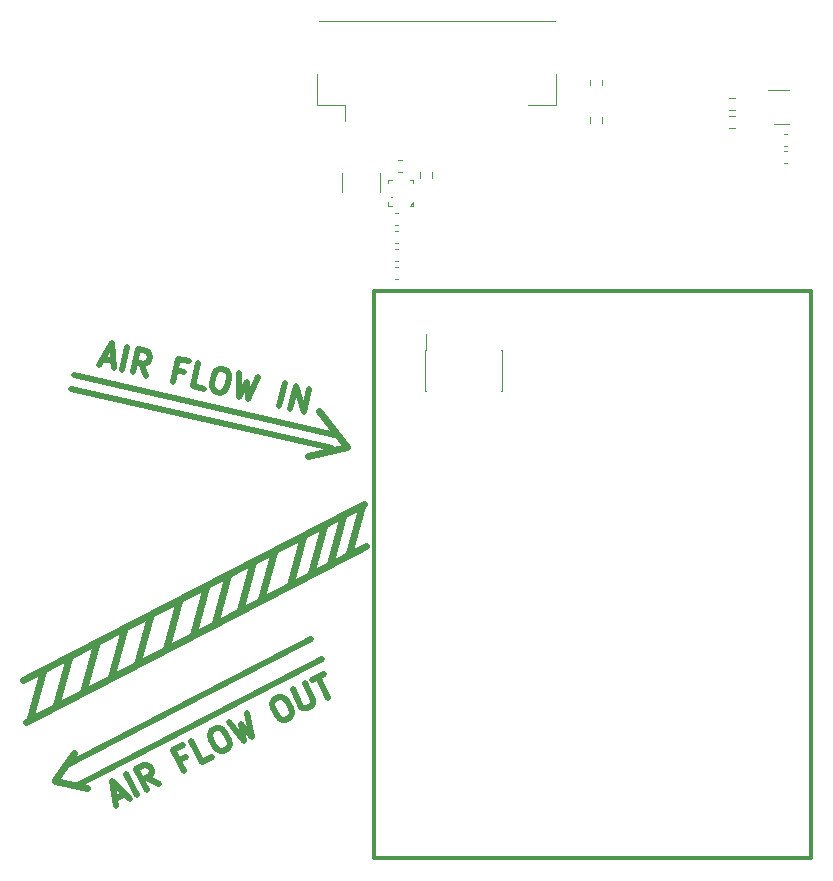
<source format=gbr>
%TF.GenerationSoftware,KiCad,Pcbnew,7.0.10*%
%TF.CreationDate,2024-04-10T17:33:26+08:00*%
%TF.ProjectId,solar_board_breakout,736f6c61-725f-4626-9f61-72645f627265,rev?*%
%TF.SameCoordinates,Original*%
%TF.FileFunction,Legend,Top*%
%TF.FilePolarity,Positive*%
%FSLAX46Y46*%
G04 Gerber Fmt 4.6, Leading zero omitted, Abs format (unit mm)*
G04 Created by KiCad (PCBNEW 7.0.10) date 2024-04-10 17:33:26*
%MOMM*%
%LPD*%
G01*
G04 APERTURE LIST*
%ADD10C,0.600000*%
%ADD11C,0.500000*%
%ADD12C,0.120000*%
%ADD13C,0.300000*%
%ADD14C,0.100000*%
%ADD15C,0.001000*%
G04 APERTURE END LIST*
D10*
X80650000Y-130487500D02*
X79550000Y-134512500D01*
X104450000Y-118187500D02*
X103350000Y-122212500D01*
X108000000Y-119900000D02*
X79200000Y-134800000D01*
X106400000Y-111500000D02*
X103100000Y-112300000D01*
D11*
X83000000Y-106600000D02*
X105100000Y-111600000D01*
D10*
X84400000Y-140400000D02*
X81700000Y-139800000D01*
X107650000Y-116487500D02*
X106550000Y-120512500D01*
X107800000Y-116350000D02*
X79000000Y-131250000D01*
X87550000Y-126987500D02*
X86450000Y-131012500D01*
X96350000Y-122387500D02*
X95250000Y-126412500D01*
X100250000Y-120387500D02*
X99150000Y-124412500D01*
X104000000Y-108500000D02*
X106400000Y-111500000D01*
X98450000Y-121287500D02*
X97350000Y-125312500D01*
X106050000Y-117387500D02*
X104950000Y-121412500D01*
X92150000Y-124587500D02*
X91050000Y-128612500D01*
D11*
X83300000Y-105400000D02*
X105400000Y-110500000D01*
D10*
X85150000Y-128287500D02*
X84050000Y-132312500D01*
X83300000Y-137400000D02*
X81700000Y-139750000D01*
X102650000Y-119187500D02*
X101550000Y-123212500D01*
X94450000Y-123387500D02*
X93350000Y-127412500D01*
D11*
X103350000Y-127800000D02*
X82850000Y-138400000D01*
D10*
X82850000Y-129387500D02*
X81750000Y-133412500D01*
X89750000Y-125887500D02*
X88650000Y-129912500D01*
D11*
X104300000Y-129500000D02*
X83600000Y-140150000D01*
X86750178Y-141327315D02*
X87598756Y-140894943D01*
X86839886Y-141922936D02*
X86525909Y-139838262D01*
X86525909Y-139838262D02*
X88027894Y-141317615D01*
X88621899Y-141014955D02*
X87713918Y-139232942D01*
X90488770Y-140063736D02*
X89462394Y-139517819D01*
X89470477Y-140582583D02*
X88562496Y-138800570D01*
X88562496Y-138800570D02*
X89241358Y-138454672D01*
X89241358Y-138454672D02*
X89454310Y-138453055D01*
X89454310Y-138453055D02*
X89582405Y-138494676D01*
X89582405Y-138494676D02*
X89753738Y-138621154D01*
X89753738Y-138621154D02*
X89883449Y-138875728D01*
X89883449Y-138875728D02*
X89885066Y-139088680D01*
X89885066Y-139088680D02*
X89843445Y-139216775D01*
X89843445Y-139216775D02*
X89716967Y-139388107D01*
X89716967Y-139388107D02*
X89038105Y-139734005D01*
X92728610Y-137746711D02*
X92134605Y-138049371D01*
X92610214Y-138982806D02*
X91702233Y-137200793D01*
X91702233Y-137200793D02*
X92550811Y-136768421D01*
X94986232Y-137772165D02*
X94137654Y-138204537D01*
X94137654Y-138204537D02*
X93229673Y-136422524D01*
X95011687Y-135514543D02*
X95351118Y-135341594D01*
X95351118Y-135341594D02*
X95564070Y-135339977D01*
X95564070Y-135339977D02*
X95820260Y-135423218D01*
X95820260Y-135423218D02*
X96078067Y-135719412D01*
X96078067Y-135719412D02*
X96380727Y-136313417D01*
X96380727Y-136313417D02*
X96468818Y-136696085D01*
X96468818Y-136696085D02*
X96385577Y-136952275D01*
X96385577Y-136952275D02*
X96259099Y-137123607D01*
X96259099Y-137123607D02*
X95919668Y-137296556D01*
X95919668Y-137296556D02*
X95706715Y-137298172D01*
X95706715Y-137298172D02*
X95450525Y-137214931D01*
X95450525Y-137214931D02*
X95192719Y-136918737D01*
X95192719Y-136918737D02*
X94890058Y-136324733D01*
X94890058Y-136324733D02*
X94801967Y-135942065D01*
X94801967Y-135942065D02*
X94885208Y-135685875D01*
X94885208Y-135685875D02*
X95011687Y-135514543D01*
X96369411Y-134822748D02*
X97701681Y-136388575D01*
X97701681Y-136388575D02*
X97392554Y-134942759D01*
X97392554Y-134942759D02*
X98380543Y-136042677D01*
X98380543Y-136042677D02*
X97896851Y-134044478D01*
X100272868Y-132833837D02*
X100612299Y-132660888D01*
X100612299Y-132660888D02*
X100825252Y-132659271D01*
X100825252Y-132659271D02*
X101081442Y-132742513D01*
X101081442Y-132742513D02*
X101339248Y-133038706D01*
X101339248Y-133038706D02*
X101641909Y-133632711D01*
X101641909Y-133632711D02*
X101730000Y-134015379D01*
X101730000Y-134015379D02*
X101646759Y-134271569D01*
X101646759Y-134271569D02*
X101520280Y-134442901D01*
X101520280Y-134442901D02*
X101180849Y-134615850D01*
X101180849Y-134615850D02*
X100967896Y-134617466D01*
X100967896Y-134617466D02*
X100711707Y-134534225D01*
X100711707Y-134534225D02*
X100453900Y-134238031D01*
X100453900Y-134238031D02*
X100151240Y-133644027D01*
X100151240Y-133644027D02*
X100063149Y-133261359D01*
X100063149Y-133261359D02*
X100146390Y-133005169D01*
X100146390Y-133005169D02*
X100272868Y-132833837D01*
X101800308Y-132055567D02*
X102535340Y-133498149D01*
X102535340Y-133498149D02*
X102706672Y-133624628D01*
X102706672Y-133624628D02*
X102834767Y-133666248D01*
X102834767Y-133666248D02*
X103047720Y-133664632D01*
X103047720Y-133664632D02*
X103387151Y-133491683D01*
X103387151Y-133491683D02*
X103513629Y-133320351D01*
X103513629Y-133320351D02*
X103555250Y-133192256D01*
X103555250Y-133192256D02*
X103553633Y-132979303D01*
X103553633Y-132979303D02*
X102818601Y-131536721D01*
X103412605Y-131234061D02*
X104430898Y-130715214D01*
X104829733Y-132756651D02*
X103921752Y-130974638D01*
X85681156Y-104039087D02*
X86609127Y-104253326D01*
X85367018Y-104553022D02*
X86466500Y-102754249D01*
X86466500Y-102754249D02*
X86666178Y-104852957D01*
X87315758Y-105002924D02*
X87765661Y-103054184D01*
X89357296Y-105474250D02*
X88921955Y-104396311D01*
X88243730Y-105217163D02*
X88693632Y-103268423D01*
X88693632Y-103268423D02*
X89436009Y-103439814D01*
X89436009Y-103439814D02*
X89600180Y-103575459D01*
X89600180Y-103575459D02*
X89671553Y-103689680D01*
X89671553Y-103689680D02*
X89721502Y-103896699D01*
X89721502Y-103896699D02*
X89657231Y-104175090D01*
X89657231Y-104175090D02*
X89521586Y-104339261D01*
X89521586Y-104339261D02*
X89407365Y-104410634D01*
X89407365Y-104410634D02*
X89200346Y-104460583D01*
X89200346Y-104460583D02*
X88457969Y-104289192D01*
X92562468Y-105139047D02*
X91912888Y-104989079D01*
X91677225Y-106009848D02*
X92127127Y-104061108D01*
X92127127Y-104061108D02*
X93055099Y-104275347D01*
X94275545Y-106609718D02*
X93347574Y-106395479D01*
X93347574Y-106395479D02*
X93797476Y-104446738D01*
X95746217Y-104896641D02*
X96117405Y-104982336D01*
X96117405Y-104982336D02*
X96281576Y-105117981D01*
X96281576Y-105117981D02*
X96424322Y-105346423D01*
X96424322Y-105346423D02*
X96431424Y-105739036D01*
X96431424Y-105739036D02*
X96281456Y-106388616D01*
X96281456Y-106388616D02*
X96102963Y-106738381D01*
X96102963Y-106738381D02*
X95874521Y-106881127D01*
X95874521Y-106881127D02*
X95667503Y-106931076D01*
X95667503Y-106931076D02*
X95296314Y-106845381D01*
X95296314Y-106845381D02*
X95132144Y-106709736D01*
X95132144Y-106709736D02*
X94989398Y-106481294D01*
X94989398Y-106481294D02*
X94982296Y-106088681D01*
X94982296Y-106088681D02*
X95132263Y-105439101D01*
X95132263Y-105439101D02*
X95310756Y-105089336D01*
X95310756Y-105089336D02*
X95539198Y-104946590D01*
X95539198Y-104946590D02*
X95746217Y-104896641D01*
X97230971Y-105239423D02*
X97245055Y-107295283D01*
X97245055Y-107295283D02*
X97937602Y-105989021D01*
X97937602Y-105989021D02*
X97987432Y-107466674D01*
X97987432Y-107466674D02*
X98901320Y-105625053D01*
X100678549Y-108087967D02*
X101128451Y-106139227D01*
X101606521Y-108302207D02*
X102056423Y-106353466D01*
X102056423Y-106353466D02*
X102720087Y-108559294D01*
X102720087Y-108559294D02*
X103169989Y-106610553D01*
D12*
%TO.C,C5*%
X143640580Y-87510000D02*
X143359420Y-87510000D01*
X143640580Y-86490000D02*
X143359420Y-86490000D01*
D13*
%TO.C,U1*%
X108700000Y-98345000D02*
X127700000Y-98345000D01*
D14*
X108700000Y-98345000D02*
X145700000Y-98345000D01*
X108700000Y-146345000D02*
X108700000Y-98345000D01*
D13*
X108700000Y-146345000D02*
X108700000Y-98345000D01*
D12*
X113035000Y-103285000D02*
X113035000Y-106815000D01*
X113035000Y-103285000D02*
X113100000Y-103285000D01*
X113035000Y-106815000D02*
X113100000Y-106815000D01*
X113100000Y-101960000D02*
X113100000Y-103285000D01*
X119440000Y-103285000D02*
X119505000Y-103285000D01*
X119440000Y-106815000D02*
X119505000Y-106815000D01*
X119505000Y-103285000D02*
X119505000Y-106815000D01*
D13*
X127700000Y-98345000D02*
X145700000Y-98345000D01*
D14*
X145700000Y-98345000D02*
X145700000Y-146345000D01*
D13*
X145700000Y-98345000D02*
X145700000Y-146345000D01*
D14*
X145700000Y-146345000D02*
X108700000Y-146345000D01*
D13*
X145700000Y-146345000D02*
X108700000Y-146345000D01*
D12*
%TO.C,C2*%
X110459420Y-94790000D02*
X110740580Y-94790000D01*
X110459420Y-95810000D02*
X110740580Y-95810000D01*
%TO.C,C3*%
X110759420Y-87190000D02*
X111040580Y-87190000D01*
X110759420Y-88210000D02*
X111040580Y-88210000D01*
%TO.C,R3*%
X139237258Y-84522500D02*
X138762742Y-84522500D01*
X139237258Y-83477500D02*
X138762742Y-83477500D01*
D14*
%TO.C,U2*%
X112000000Y-91100000D02*
X111700000Y-91100000D01*
X112000000Y-90800000D02*
X112000000Y-91100000D01*
X112000000Y-90800000D02*
X111700000Y-91100000D01*
X112000000Y-88900000D02*
X112000000Y-89200000D01*
X111700000Y-88900000D02*
X112000000Y-88900000D01*
X110200000Y-91100000D02*
X109900000Y-91100000D01*
D15*
X110150000Y-90375000D02*
X110220000Y-90375000D01*
D14*
X109900000Y-91100000D02*
X109900000Y-90800000D01*
X109900000Y-89200000D02*
X109900000Y-88900000D01*
X109900000Y-88900000D02*
X110200000Y-88900000D01*
D12*
%TO.C,C4*%
X143640580Y-86010000D02*
X143359420Y-86010000D01*
X143640580Y-84990000D02*
X143359420Y-84990000D01*
%TO.C,C6*%
X110434420Y-91690000D02*
X110715580Y-91690000D01*
X110434420Y-92710000D02*
X110715580Y-92710000D01*
%TO.C,C7*%
X110434420Y-93200000D02*
X110715580Y-93200000D01*
X110434420Y-94220000D02*
X110715580Y-94220000D01*
%TO.C,R2*%
X138762742Y-81977500D02*
X139237258Y-81977500D01*
X138762742Y-83022500D02*
X139237258Y-83022500D01*
%TO.C,R1*%
X112577500Y-88737258D02*
X112577500Y-88262742D01*
X113622500Y-88737258D02*
X113622500Y-88262742D01*
%TO.C,L1*%
X106000000Y-89900000D02*
X106000000Y-88300000D01*
X109200000Y-89900000D02*
X109200000Y-88300000D01*
%TO.C,R4*%
X128022500Y-80437742D02*
X128022500Y-80912258D01*
X126977500Y-80437742D02*
X126977500Y-80912258D01*
%TO.C,R5*%
X126977500Y-84062258D02*
X126977500Y-83587742D01*
X128022500Y-84062258D02*
X128022500Y-83587742D01*
%TO.C,J1*%
X103890000Y-79910000D02*
X103890000Y-82560000D01*
X103890000Y-82560000D02*
X106240000Y-82560000D01*
X104000000Y-75490000D02*
X124000000Y-75490000D01*
X106240000Y-82560000D02*
X106240000Y-83950000D01*
X124110000Y-79910000D02*
X124110000Y-82560000D01*
X124110000Y-82560000D02*
X121760000Y-82560000D01*
%TO.C,C1*%
X110459420Y-96290000D02*
X110740580Y-96290000D01*
X110459420Y-97310000D02*
X110740580Y-97310000D01*
%TO.C,U3*%
X142085000Y-81340000D02*
X143825000Y-81340000D01*
X142525000Y-84160000D02*
X143825000Y-84160000D01*
%TD*%
M02*

</source>
